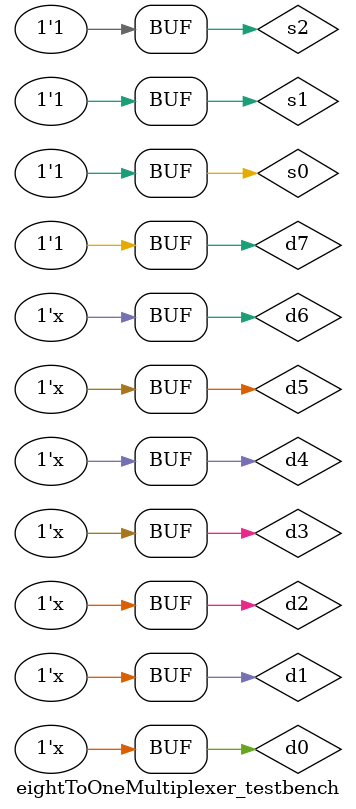
<source format=sv>
`timescale 1ns / 1ps


module eightToOneMultiplexer_testbench();
   logic s2,s1,s0,d0,d1,d2,d3,d4,d5,d6,d7;
   logic y;
   
   // instantiate device under test
   eightToOneMultiplexer dut(s2,s1,s0,d0,d1,d2,d3,d4,d5,d6,d7,y);
   
   initial begin
   
   //d0 check
   s2 = 0; s1 = 0; s0 = 0; d0 = 0; d1 = 1'bx; d2 = 1'bx; d3 = 1'bx; 
   d4 = 1'bx; d5 = 1'bx; d6 = 1'bx; d7= 1'bx; #10;
   d0 = 1; #10;
   
   //d1 check
   s0 = 1; d0 = 1'bx; d1 = 0; #10;
   d1 = 1; #10;
   
   //d2 check
   s0 = 0; s1 = 1; d1 = 1'bx; d2 = 0; #10;
   d2 = 1; #10;
   
   //d3 check
   s0 = 1; d2 = 1'bx; d3 = 0; #10;
   d3 = 1; #10;
   
   //d4 check
   s0 = 0; s1 = 0; s2 = 1; d3 = 1'bx; d4 = 0; #10;
   d4 = 1; #10;
   
   //d5 check
   s0 = 1;  d4 = 1'bx; d5 = 0; #10;
   d5 = 1; #10;
   
   //d6 check
   s0 = 0; s1 = 1; d5 = 1'bx; d6 = 0; #10;
   d6 = 1; #10;
   
   //d7 check
   s0 = 1; d6 = 1'bx; d7 = 0; #10;
   d7 = 1; #10;
  
    end  
endmodule

</source>
